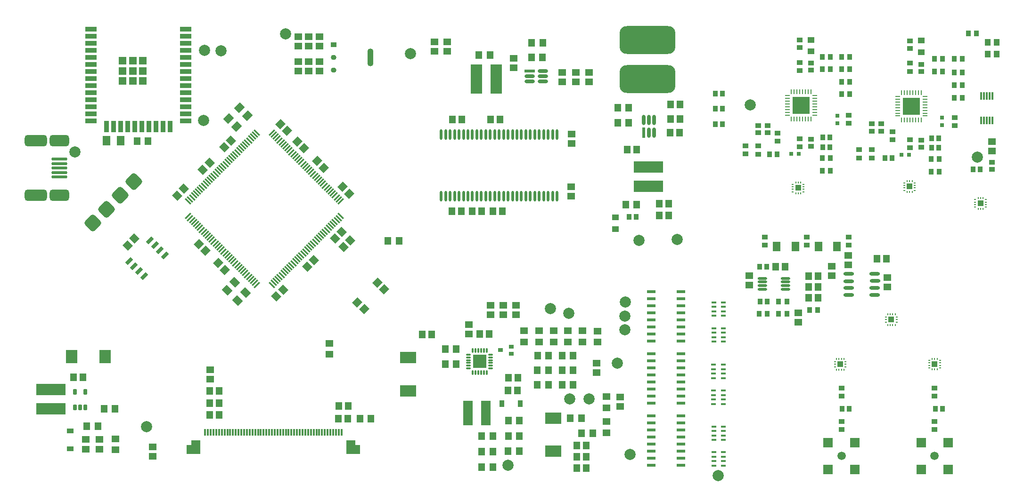
<source format=gtp>
G04*
G04 #@! TF.GenerationSoftware,Altium Limited,Altium Designer,19.1.9 (167)*
G04*
G04 Layer_Color=8421504*
%FSLAX42Y42*%
%MOMM*%
G71*
G01*
G75*
%ADD15R,1.50X0.55*%
%ADD16R,1.00X1.00*%
%ADD17R,0.20X0.40*%
%ADD18R,0.40X0.20*%
%ADD19R,1.00X1.00*%
%ADD20O,1.90X0.60*%
G04:AMPARAMS|DCode=21|XSize=10mm|YSize=5mm|CornerRadius=1.25mm|HoleSize=0mm|Usage=FLASHONLY|Rotation=180.000|XOffset=0mm|YOffset=0mm|HoleType=Round|Shape=RoundedRectangle|*
%AMROUNDEDRECTD21*
21,1,10.00,2.50,0,0,180.0*
21,1,7.50,5.00,0,0,180.0*
1,1,2.50,-3.75,1.25*
1,1,2.50,3.75,1.25*
1,1,2.50,3.75,-1.25*
1,1,2.50,-3.75,-1.25*
%
%ADD21ROUNDEDRECTD21*%
G04:AMPARAMS|DCode=22|XSize=2.5mm|YSize=2.5mm|CornerRadius=0.63mm|HoleSize=0mm|Usage=FLASHONLY|Rotation=135.000|XOffset=0mm|YOffset=0mm|HoleType=Round|Shape=RoundedRectangle|*
%AMROUNDEDRECTD22*
21,1,2.50,1.25,0,0,135.0*
21,1,1.25,2.50,0,0,135.0*
1,1,1.25,0.00,0.88*
1,1,1.25,0.88,0.00*
1,1,1.25,0.00,-0.88*
1,1,1.25,-0.88,0.00*
%
%ADD22ROUNDEDRECTD22*%
%ADD23O,0.45X1.90*%
G04:AMPARAMS|DCode=24|XSize=1.4mm|YSize=1.2mm|CornerRadius=0mm|HoleSize=0mm|Usage=FLASHONLY|Rotation=45.000|XOffset=0mm|YOffset=0mm|HoleType=Round|Shape=Rectangle|*
%AMROTATEDRECTD24*
4,1,4,-0.07,-0.92,-0.92,-0.07,0.07,0.92,0.92,0.07,-0.07,-0.92,0.0*
%
%ADD24ROTATEDRECTD24*%

G04:AMPARAMS|DCode=25|XSize=1.4mm|YSize=1.2mm|CornerRadius=0mm|HoleSize=0mm|Usage=FLASHONLY|Rotation=315.000|XOffset=0mm|YOffset=0mm|HoleType=Round|Shape=Rectangle|*
%AMROTATEDRECTD25*
4,1,4,-0.92,0.07,-0.07,0.92,0.92,-0.07,0.07,-0.92,-0.92,0.07,0.0*
%
%ADD25ROTATEDRECTD25*%

%ADD26R,1.20X1.40*%
%ADD27R,1.40X1.20*%
%ADD28R,2.00X5.30*%
G04:AMPARAMS|DCode=29|XSize=1.85mm|YSize=0.61mm|CornerRadius=0.31mm|HoleSize=0mm|Usage=FLASHONLY|Rotation=0.000|XOffset=0mm|YOffset=0mm|HoleType=Round|Shape=RoundedRectangle|*
%AMROUNDEDRECTD29*
21,1,1.85,0.00,0,0,0.0*
21,1,1.24,0.61,0,0,0.0*
1,1,0.61,0.62,0.00*
1,1,0.61,-0.62,0.00*
1,1,0.61,-0.62,0.00*
1,1,0.61,0.62,0.00*
%
%ADD29ROUNDEDRECTD29*%
%ADD30R,1.85X0.61*%
%ADD31R,0.91X1.22*%
%ADD32R,1.20X1.45*%
%ADD33R,1.75X4.50*%
%ADD34R,3.00X2.00*%
%ADD35O,0.85X0.28*%
%ADD36O,0.28X0.85*%
%ADD37R,2.45X2.45*%
%ADD38C,2.00*%
%ADD39R,5.30X2.00*%
G04:AMPARAMS|DCode=40|XSize=1.85mm|YSize=0.61mm|CornerRadius=0.31mm|HoleSize=0mm|Usage=FLASHONLY|Rotation=90.000|XOffset=0mm|YOffset=0mm|HoleType=Round|Shape=RoundedRectangle|*
%AMROUNDEDRECTD40*
21,1,1.85,0.00,0,0,90.0*
21,1,1.24,0.61,0,0,90.0*
1,1,0.61,0.00,0.62*
1,1,0.61,0.00,-0.62*
1,1,0.61,0.00,-0.62*
1,1,0.61,0.00,0.62*
%
%ADD40ROUNDEDRECTD40*%
%ADD41R,0.61X1.85*%
%ADD42R,1.20X1.10*%
%ADD43R,0.90X1.00*%
%ADD44R,1.22X0.91*%
%ADD45R,1.45X1.20*%
G04:AMPARAMS|DCode=46|XSize=0.6mm|YSize=1mm|CornerRadius=0.05mm|HoleSize=0mm|Usage=FLASHONLY|Rotation=180.000|XOffset=0mm|YOffset=0mm|HoleType=Round|Shape=RoundedRectangle|*
%AMROUNDEDRECTD46*
21,1,0.60,0.90,0,0,180.0*
21,1,0.50,1.00,0,0,180.0*
1,1,0.10,-0.25,0.45*
1,1,0.10,0.25,0.45*
1,1,0.10,0.25,-0.45*
1,1,0.10,-0.25,-0.45*
%
%ADD46ROUNDEDRECTD46*%
%ADD47R,1.99X2.33*%
%ADD48R,0.90X0.70*%
G04:AMPARAMS|DCode=49|XSize=1mm|YSize=3.18mm|CornerRadius=0.44mm|HoleSize=0mm|Usage=FLASHONLY|Rotation=0.000|XOffset=0mm|YOffset=0mm|HoleType=Round|Shape=RoundedRectangle|*
%AMROUNDEDRECTD49*
21,1,1.00,2.31,0,0,0.0*
21,1,0.13,3.18,0,0,0.0*
1,1,0.87,0.07,-1.15*
1,1,0.87,-0.07,-1.15*
1,1,0.87,-0.07,1.15*
1,1,0.87,0.07,1.15*
%
%ADD49ROUNDEDRECTD49*%
G04:AMPARAMS|DCode=50|XSize=1mm|YSize=0.87mm|CornerRadius=0.44mm|HoleSize=0mm|Usage=FLASHONLY|Rotation=0.000|XOffset=0mm|YOffset=0mm|HoleType=Round|Shape=RoundedRectangle|*
%AMROUNDEDRECTD50*
21,1,1.00,0.00,0,0,0.0*
21,1,0.13,0.87,0,0,0.0*
1,1,0.87,0.07,0.00*
1,1,0.87,-0.07,0.00*
1,1,0.87,-0.07,0.00*
1,1,0.87,0.07,0.00*
%
%ADD50ROUNDEDRECTD50*%
%ADD51R,1.00X0.87*%
%ADD52R,0.90X0.45*%
G04:AMPARAMS|DCode=53|XSize=3.5mm|YSize=2.05mm|CornerRadius=0.51mm|HoleSize=0mm|Usage=FLASHONLY|Rotation=180.000|XOffset=0mm|YOffset=0mm|HoleType=Round|Shape=RoundedRectangle|*
%AMROUNDEDRECTD53*
21,1,3.50,1.02,0,0,180.0*
21,1,2.48,2.05,0,0,180.0*
1,1,1.02,-1.24,0.51*
1,1,1.02,1.24,0.51*
1,1,1.02,1.24,-0.51*
1,1,1.02,-1.24,-0.51*
%
%ADD53ROUNDEDRECTD53*%
G04:AMPARAMS|DCode=54|XSize=4mm|YSize=2.05mm|CornerRadius=0.51mm|HoleSize=0mm|Usage=FLASHONLY|Rotation=180.000|XOffset=0mm|YOffset=0mm|HoleType=Round|Shape=RoundedRectangle|*
%AMROUNDEDRECTD54*
21,1,4.00,1.02,0,0,180.0*
21,1,2.98,2.05,0,0,180.0*
1,1,1.02,-1.49,0.51*
1,1,1.02,1.49,0.51*
1,1,1.02,1.49,-0.51*
1,1,1.02,-1.49,-0.51*
%
%ADD54ROUNDEDRECTD54*%
G04:AMPARAMS|DCode=55|XSize=3.5mm|YSize=2.05mm|CornerRadius=0.51mm|HoleSize=0mm|Usage=FLASHONLY|Rotation=180.000|XOffset=0mm|YOffset=0mm|HoleType=Round|Shape=RoundedRectangle|*
%AMROUNDEDRECTD55*
21,1,3.50,1.03,0,0,180.0*
21,1,2.48,2.05,0,0,180.0*
1,1,1.02,-1.24,0.51*
1,1,1.02,1.24,0.51*
1,1,1.02,1.24,-0.51*
1,1,1.02,-1.24,-0.51*
%
%ADD55ROUNDEDRECTD55*%
G04:AMPARAMS|DCode=56|XSize=2.8mm|YSize=0.5mm|CornerRadius=0.13mm|HoleSize=0mm|Usage=FLASHONLY|Rotation=180.000|XOffset=0mm|YOffset=0mm|HoleType=Round|Shape=RoundedRectangle|*
%AMROUNDEDRECTD56*
21,1,2.80,0.25,0,0,180.0*
21,1,2.55,0.50,0,0,180.0*
1,1,0.25,-1.27,0.13*
1,1,0.25,1.27,0.13*
1,1,0.25,1.27,-0.13*
1,1,0.25,-1.27,-0.13*
%
%ADD56ROUNDEDRECTD56*%
G04:AMPARAMS|DCode=57|XSize=1.4mm|YSize=0.6mm|CornerRadius=0mm|HoleSize=0mm|Usage=FLASHONLY|Rotation=45.000|XOffset=0mm|YOffset=0mm|HoleType=Round|Shape=Rectangle|*
%AMROTATEDRECTD57*
4,1,4,-0.28,-0.71,-0.71,-0.28,0.28,0.71,0.71,0.28,-0.28,-0.71,0.0*
%
%ADD57ROTATEDRECTD57*%

%ADD58R,1.33X1.33*%
%ADD59R,0.90X2.00*%
%ADD60R,2.00X0.90*%
G04:AMPARAMS|DCode=61|XSize=0.35mm|YSize=1.35mm|CornerRadius=0mm|HoleSize=0mm|Usage=FLASHONLY|Rotation=135.000|XOffset=0mm|YOffset=0mm|HoleType=Round|Shape=Rectangle|*
%AMROTATEDRECTD61*
4,1,4,0.60,0.35,-0.35,-0.60,-0.60,-0.35,0.35,0.60,0.60,0.35,0.0*
%
%ADD61ROTATEDRECTD61*%

G04:AMPARAMS|DCode=62|XSize=1.35mm|YSize=0.35mm|CornerRadius=0mm|HoleSize=0mm|Usage=FLASHONLY|Rotation=135.000|XOffset=0mm|YOffset=0mm|HoleType=Round|Shape=Rectangle|*
%AMROTATEDRECTD62*
4,1,4,0.60,-0.35,0.35,-0.60,-0.60,0.35,-0.35,0.60,0.60,-0.35,0.0*
%
%ADD62ROTATEDRECTD62*%

%ADD63R,1.40X1.80*%
G04:AMPARAMS|DCode=64|XSize=1.45mm|YSize=1.2mm|CornerRadius=0mm|HoleSize=0mm|Usage=FLASHONLY|Rotation=225.000|XOffset=0mm|YOffset=0mm|HoleType=Round|Shape=Rectangle|*
%AMROTATEDRECTD64*
4,1,4,0.09,0.94,0.94,0.09,-0.09,-0.94,-0.94,-0.09,0.09,0.94,0.0*
%
%ADD64ROTATEDRECTD64*%

G04:AMPARAMS|DCode=65|XSize=1.45mm|YSize=1.2mm|CornerRadius=0mm|HoleSize=0mm|Usage=FLASHONLY|Rotation=315.000|XOffset=0mm|YOffset=0mm|HoleType=Round|Shape=Rectangle|*
%AMROTATEDRECTD65*
4,1,4,-0.94,0.09,-0.09,0.94,0.94,-0.09,0.09,-0.94,-0.94,0.09,0.0*
%
%ADD65ROTATEDRECTD65*%

%ADD66R,0.30X1.20*%
%ADD67R,1.78X1.78*%
%ADD68C,1.52*%
%ADD69R,1.05X0.95*%
%ADD70R,0.65X0.70*%
%ADD71R,3.10X3.10*%
%ADD72O,0.25X0.90*%
%ADD73O,0.90X0.25*%
%ADD74R,1.00X0.90*%
%ADD75R,0.95X1.05*%
%ADD76R,0.70X0.65*%
%ADD77R,1.10X1.30*%
%ADD78R,0.30X1.40*%
%ADD79O,1.70X0.45*%
%ADD80R,1.35X1.80*%
G36*
X9078Y5888D02*
X8838D01*
Y6047D01*
X8918D01*
Y6128D01*
X9078D01*
Y5888D01*
D02*
G37*
G36*
X11868Y6047D02*
X11947D01*
Y5888D01*
X11707D01*
Y6128D01*
X11868D01*
Y6047D01*
D02*
G37*
D15*
X17720Y7917D02*
D03*
Y8044D02*
D03*
Y8171D02*
D03*
Y8298D02*
D03*
Y8425D02*
D03*
Y8552D02*
D03*
Y8679D02*
D03*
Y8806D02*
D03*
X17180Y7917D02*
D03*
Y8044D02*
D03*
Y8171D02*
D03*
Y8298D02*
D03*
Y8425D02*
D03*
Y8552D02*
D03*
Y8679D02*
D03*
Y8806D02*
D03*
X17720Y6800D02*
D03*
Y6927D02*
D03*
Y7054D02*
D03*
Y7181D02*
D03*
Y7308D02*
D03*
Y7435D02*
D03*
Y7562D02*
D03*
Y7689D02*
D03*
X17180Y6800D02*
D03*
Y6927D02*
D03*
Y7054D02*
D03*
Y7181D02*
D03*
Y7308D02*
D03*
Y7435D02*
D03*
Y7562D02*
D03*
Y7689D02*
D03*
X17720Y5681D02*
D03*
Y5808D02*
D03*
Y5935D02*
D03*
Y6062D02*
D03*
Y6188D02*
D03*
Y6315D02*
D03*
Y6443D02*
D03*
Y6569D02*
D03*
X17180Y5681D02*
D03*
Y5808D02*
D03*
Y5935D02*
D03*
Y6062D02*
D03*
Y6188D02*
D03*
Y6315D02*
D03*
Y6443D02*
D03*
Y6569D02*
D03*
D16*
X21825Y10700D02*
D03*
X22275Y7500D02*
D03*
X23100Y10400D02*
D03*
X19825Y10675D02*
D03*
D17*
X21870Y10793D02*
D03*
X21780D02*
D03*
X21825D02*
D03*
X21870Y10600D02*
D03*
X21780D02*
D03*
X21825D02*
D03*
X22230Y7407D02*
D03*
X22320D02*
D03*
X22275D02*
D03*
X22230Y7600D02*
D03*
X22320D02*
D03*
X22275D02*
D03*
X20555Y7595D02*
D03*
X20510D02*
D03*
X20600D02*
D03*
X20645D02*
D03*
Y7403D02*
D03*
X20600D02*
D03*
X20510D02*
D03*
X20555D02*
D03*
X23145Y10493D02*
D03*
X23055D02*
D03*
X23100D02*
D03*
X23145Y10300D02*
D03*
X23055D02*
D03*
X23100D02*
D03*
X21475Y8400D02*
D03*
X21430D02*
D03*
X21520D02*
D03*
X21565D02*
D03*
Y8207D02*
D03*
X21520D02*
D03*
X21430D02*
D03*
X21475D02*
D03*
X19870Y10768D02*
D03*
X19780D02*
D03*
X19825D02*
D03*
X19870Y10575D02*
D03*
X19780D02*
D03*
X19825D02*
D03*
D18*
X21920Y10720D02*
D03*
Y10765D02*
D03*
Y10675D02*
D03*
Y10630D02*
D03*
X21727D02*
D03*
Y10675D02*
D03*
Y10765D02*
D03*
Y10720D02*
D03*
X22180Y7480D02*
D03*
Y7435D02*
D03*
Y7525D02*
D03*
Y7570D02*
D03*
X22373D02*
D03*
Y7525D02*
D03*
Y7435D02*
D03*
Y7480D02*
D03*
X20482Y7545D02*
D03*
Y7455D02*
D03*
Y7500D02*
D03*
X20675Y7545D02*
D03*
Y7455D02*
D03*
Y7500D02*
D03*
X23195Y10420D02*
D03*
Y10465D02*
D03*
Y10375D02*
D03*
Y10330D02*
D03*
X23002D02*
D03*
Y10375D02*
D03*
Y10465D02*
D03*
Y10420D02*
D03*
X21402Y8350D02*
D03*
Y8260D02*
D03*
Y8305D02*
D03*
X21595Y8350D02*
D03*
Y8260D02*
D03*
Y8305D02*
D03*
X19920Y10695D02*
D03*
Y10740D02*
D03*
Y10650D02*
D03*
Y10605D02*
D03*
X19727D02*
D03*
Y10650D02*
D03*
Y10740D02*
D03*
Y10695D02*
D03*
D19*
X20575Y7500D02*
D03*
X21495Y8305D02*
D03*
X8968Y5978D02*
D03*
X11818Y5980D02*
D03*
D20*
X20730Y9125D02*
D03*
Y8995D02*
D03*
X20728Y8871D02*
D03*
X20730Y8745D02*
D03*
X21200Y9125D02*
D03*
X21202Y9000D02*
D03*
X21200Y8875D02*
D03*
Y8745D02*
D03*
D21*
X17118Y13335D02*
D03*
Y12635D02*
D03*
D22*
X7148Y10045D02*
D03*
X7395Y10293D02*
D03*
X7643Y10540D02*
D03*
X7890Y10787D02*
D03*
D23*
X15490Y11635D02*
D03*
X15410D02*
D03*
X15330D02*
D03*
X15250D02*
D03*
X15170D02*
D03*
X15090D02*
D03*
X15010Y11635D02*
D03*
X14930D02*
D03*
X14850Y11635D02*
D03*
X14770D02*
D03*
X14690D02*
D03*
X14610D02*
D03*
X14530Y11635D02*
D03*
X14450D02*
D03*
X14370Y11635D02*
D03*
X14290D02*
D03*
X14210D02*
D03*
X14130D02*
D03*
X14050D02*
D03*
X13970Y11635D02*
D03*
X13890Y11635D02*
D03*
X13810D02*
D03*
X13730D02*
D03*
X13650D02*
D03*
X13570D02*
D03*
X13490D02*
D03*
X13410D02*
D03*
X15490Y10525D02*
D03*
X15410D02*
D03*
X15330D02*
D03*
X15250D02*
D03*
X15170Y10525D02*
D03*
X15090Y10525D02*
D03*
X15010D02*
D03*
X14930D02*
D03*
X14850D02*
D03*
X14770Y10525D02*
D03*
X14690D02*
D03*
X14610D02*
D03*
X14530Y10525D02*
D03*
X14450D02*
D03*
X14370D02*
D03*
X14290Y10525D02*
D03*
X14210D02*
D03*
X14130Y10525D02*
D03*
X14050D02*
D03*
X13970D02*
D03*
X13890D02*
D03*
X13810D02*
D03*
X13730D02*
D03*
X13650D02*
D03*
X13570D02*
D03*
X13490D02*
D03*
X13410D02*
D03*
D24*
X9178Y9545D02*
D03*
X9057Y9665D02*
D03*
X9520Y9200D02*
D03*
X9400Y9320D02*
D03*
X12023Y8492D02*
D03*
X11902Y8613D02*
D03*
X12382Y8847D02*
D03*
X12262Y8968D02*
D03*
X10517Y11825D02*
D03*
X10638Y11705D02*
D03*
X11635Y10693D02*
D03*
X11755Y10572D02*
D03*
X11177Y11158D02*
D03*
X11298Y11037D02*
D03*
X10825Y11508D02*
D03*
X10945Y11387D02*
D03*
D25*
X10447Y8725D02*
D03*
X10568Y8845D02*
D03*
X11773Y9730D02*
D03*
X11652Y9610D02*
D03*
X11502Y9760D02*
D03*
X11623Y9880D02*
D03*
X11125Y9378D02*
D03*
X11005Y9257D02*
D03*
X9510Y11403D02*
D03*
X9630Y11523D02*
D03*
X9127Y11002D02*
D03*
X9248Y11123D02*
D03*
X8667Y10537D02*
D03*
X8788Y10658D02*
D03*
X7895Y9760D02*
D03*
X7775Y9640D02*
D03*
D26*
X13782Y11910D02*
D03*
X13612D02*
D03*
X14293Y11905D02*
D03*
X14462D02*
D03*
X13600Y10257D02*
D03*
X13770D02*
D03*
X13965D02*
D03*
X14135D02*
D03*
X14505D02*
D03*
X14335D02*
D03*
X14612Y7030D02*
D03*
X14782D02*
D03*
X14275Y8043D02*
D03*
X14105D02*
D03*
X16925Y11362D02*
D03*
X16755D02*
D03*
X17325Y10390D02*
D03*
X17495D02*
D03*
X17325Y10180D02*
D03*
X17495D02*
D03*
X14788Y7257D02*
D03*
X14618D02*
D03*
X17523Y11668D02*
D03*
X17693D02*
D03*
X17527Y11918D02*
D03*
X17698D02*
D03*
X17527Y12178D02*
D03*
X17698D02*
D03*
X13065Y8040D02*
D03*
X13235D02*
D03*
X6803Y7268D02*
D03*
X6972D02*
D03*
X16012Y5838D02*
D03*
X15843D02*
D03*
X16015Y6041D02*
D03*
X15845D02*
D03*
X16012Y5635D02*
D03*
X15843D02*
D03*
X9418Y6585D02*
D03*
X9247D02*
D03*
X9420Y6803D02*
D03*
X9250D02*
D03*
X9420Y7018D02*
D03*
X9250D02*
D03*
X11732Y6520D02*
D03*
X11562D02*
D03*
X11738Y6753D02*
D03*
X11568D02*
D03*
X20012Y9088D02*
D03*
X20182D02*
D03*
X21410Y9400D02*
D03*
X21240D02*
D03*
X20010Y8693D02*
D03*
X20180D02*
D03*
X20010Y8893D02*
D03*
X20180D02*
D03*
X19420Y9260D02*
D03*
X19590D02*
D03*
D27*
X15750Y11473D02*
D03*
Y11643D02*
D03*
X15743Y10522D02*
D03*
Y10693D02*
D03*
X14707Y12840D02*
D03*
Y13010D02*
D03*
X13290Y13130D02*
D03*
Y13300D02*
D03*
X13520Y13130D02*
D03*
Y13300D02*
D03*
X15582Y12582D02*
D03*
Y12753D02*
D03*
X15830Y12582D02*
D03*
Y12753D02*
D03*
X16065Y12580D02*
D03*
Y12750D02*
D03*
X13907Y8045D02*
D03*
Y8215D02*
D03*
X16627Y6738D02*
D03*
Y6907D02*
D03*
X7270Y5975D02*
D03*
Y6145D02*
D03*
X7020Y5975D02*
D03*
Y6145D02*
D03*
X16205Y7518D02*
D03*
Y7347D02*
D03*
X11225Y13395D02*
D03*
Y13225D02*
D03*
X11032Y13395D02*
D03*
Y13225D02*
D03*
X10840Y13395D02*
D03*
Y13225D02*
D03*
X11225Y12775D02*
D03*
Y12945D02*
D03*
X10838Y12775D02*
D03*
Y12945D02*
D03*
X11032Y12775D02*
D03*
Y12945D02*
D03*
X14750Y8390D02*
D03*
Y8560D02*
D03*
X14300Y8390D02*
D03*
Y8560D02*
D03*
X14525Y8390D02*
D03*
Y8560D02*
D03*
X9260Y7403D02*
D03*
Y7232D02*
D03*
X8225Y5845D02*
D03*
Y6015D02*
D03*
X19823Y8430D02*
D03*
Y8260D02*
D03*
X20430Y9268D02*
D03*
Y9097D02*
D03*
X23305Y11507D02*
D03*
Y11338D02*
D03*
X21425Y9060D02*
D03*
Y8890D02*
D03*
X20725Y9462D02*
D03*
Y9293D02*
D03*
X18945Y8922D02*
D03*
Y9093D02*
D03*
D28*
X14395Y12635D02*
D03*
X14045D02*
D03*
D29*
X15233Y12778D02*
D03*
Y12682D02*
D03*
Y12588D02*
D03*
X15002D02*
D03*
Y12682D02*
D03*
D30*
Y12778D02*
D03*
D31*
X14501Y6793D02*
D03*
X14829D02*
D03*
D32*
X14085Y13065D02*
D03*
X14285D02*
D03*
X15230Y13025D02*
D03*
X15030D02*
D03*
X15232Y13290D02*
D03*
X15032D02*
D03*
X14812Y5933D02*
D03*
X14612D02*
D03*
X14615Y6212D02*
D03*
X14815D02*
D03*
Y6490D02*
D03*
X14615D02*
D03*
X13480Y7505D02*
D03*
X13680D02*
D03*
X14335Y5647D02*
D03*
X14135D02*
D03*
Y5928D02*
D03*
X14335D02*
D03*
X14338Y6212D02*
D03*
X14138D02*
D03*
X16925Y10370D02*
D03*
X16725D02*
D03*
X16780Y11850D02*
D03*
X16580D02*
D03*
X16780Y12120D02*
D03*
X16580D02*
D03*
X13480Y7778D02*
D03*
X13680D02*
D03*
X15930Y6528D02*
D03*
X15730D02*
D03*
X16130Y6260D02*
D03*
X15930D02*
D03*
X7550Y6700D02*
D03*
X7350D02*
D03*
X7240Y6390D02*
D03*
X7040D02*
D03*
X15138Y7128D02*
D03*
X15338D02*
D03*
Y7393D02*
D03*
X15138D02*
D03*
X15140Y7660D02*
D03*
X15340D02*
D03*
X15580Y7660D02*
D03*
X15780D02*
D03*
X15782Y7390D02*
D03*
X15582D02*
D03*
X15580Y7128D02*
D03*
X15780D02*
D03*
X7943Y11518D02*
D03*
X8143D02*
D03*
X12650Y9722D02*
D03*
X12450D02*
D03*
X12147Y6522D02*
D03*
X11947D02*
D03*
D33*
X13888Y6625D02*
D03*
X14212D02*
D03*
D34*
X15423Y6532D02*
D03*
Y5933D02*
D03*
X12818Y7025D02*
D03*
Y7625D02*
D03*
D35*
X13902Y7675D02*
D03*
Y7625D02*
D03*
Y7575D02*
D03*
Y7525D02*
D03*
Y7475D02*
D03*
Y7425D02*
D03*
X14298D02*
D03*
Y7475D02*
D03*
Y7525D02*
D03*
Y7575D02*
D03*
Y7625D02*
D03*
Y7675D02*
D03*
D36*
X13975Y7353D02*
D03*
X14025D02*
D03*
X14075D02*
D03*
X14125D02*
D03*
X14175D02*
D03*
X14225D02*
D03*
Y7747D02*
D03*
X14175D02*
D03*
X14125D02*
D03*
X14075D02*
D03*
X14025D02*
D03*
X13975D02*
D03*
D37*
X14100Y7550D02*
D03*
D38*
X14610Y5680D02*
D03*
X12860Y13090D02*
D03*
X16962Y9732D02*
D03*
X15702Y8415D02*
D03*
X10615Y13450D02*
D03*
X15718Y6875D02*
D03*
X15375Y8500D02*
D03*
X16570Y7520D02*
D03*
X16065Y6875D02*
D03*
X8112Y6380D02*
D03*
X16800Y5875D02*
D03*
X17650Y9745D02*
D03*
X6830Y11320D02*
D03*
X16710Y8369D02*
D03*
X16715Y8622D02*
D03*
X16710Y8119D02*
D03*
X18382Y5495D02*
D03*
X9140Y11890D02*
D03*
X9455Y13138D02*
D03*
X9155Y13148D02*
D03*
X18962Y12170D02*
D03*
X23045Y11232D02*
D03*
D39*
X17130Y11055D02*
D03*
Y10705D02*
D03*
X6400Y7045D02*
D03*
Y6695D02*
D03*
D40*
X17045Y11895D02*
D03*
X17140D02*
D03*
X17235D02*
D03*
Y11665D02*
D03*
X17140D02*
D03*
D41*
X17045D02*
D03*
D42*
X16540Y10145D02*
D03*
Y9935D02*
D03*
X22032Y13115D02*
D03*
Y13325D02*
D03*
X20052Y13130D02*
D03*
Y13340D02*
D03*
D43*
X16915Y10150D02*
D03*
X16785D02*
D03*
X22415Y6700D02*
D03*
X22285D02*
D03*
X18335Y12375D02*
D03*
X18465D02*
D03*
X22217Y11570D02*
D03*
X22347D02*
D03*
X18335Y11825D02*
D03*
X18465D02*
D03*
X18335Y12100D02*
D03*
X18465D02*
D03*
X22347Y11395D02*
D03*
X22217D02*
D03*
X20740Y6700D02*
D03*
X20610D02*
D03*
X21510Y11213D02*
D03*
X21380D02*
D03*
X22965Y11007D02*
D03*
X23095D02*
D03*
X20262Y11585D02*
D03*
X20392D02*
D03*
X20392Y11410D02*
D03*
X20262D02*
D03*
X19260Y9257D02*
D03*
X19130D02*
D03*
X19270Y8632D02*
D03*
X19140D02*
D03*
X19442Y11283D02*
D03*
X19312D02*
D03*
D44*
X6740Y6304D02*
D03*
Y5976D02*
D03*
D45*
X16375Y6267D02*
D03*
Y6468D02*
D03*
X7560Y5960D02*
D03*
Y6160D02*
D03*
X16375Y6718D02*
D03*
Y6918D02*
D03*
X15427Y7903D02*
D03*
Y8103D02*
D03*
X15168D02*
D03*
Y7903D02*
D03*
X14898Y7905D02*
D03*
Y8105D02*
D03*
X16215Y8100D02*
D03*
Y7900D02*
D03*
X15950Y7903D02*
D03*
Y8103D02*
D03*
X15688D02*
D03*
Y7903D02*
D03*
X11400Y7678D02*
D03*
Y7878D02*
D03*
D46*
X6825Y7003D02*
D03*
X7015D02*
D03*
Y6728D02*
D03*
X6920D02*
D03*
X6825D02*
D03*
D47*
X6769Y7638D02*
D03*
X7371D02*
D03*
D48*
X14665Y7690D02*
D03*
Y7820D02*
D03*
X14475Y7755D02*
D03*
D49*
X12134Y13025D02*
D03*
D50*
X11475Y12796D02*
D03*
Y13025D02*
D03*
D51*
Y13254D02*
D03*
D52*
X18477Y8147D02*
D03*
Y8067D02*
D03*
Y7987D02*
D03*
Y7907D02*
D03*
X18307D02*
D03*
Y7987D02*
D03*
Y8067D02*
D03*
Y8147D02*
D03*
X18482Y8614D02*
D03*
Y8535D02*
D03*
Y8454D02*
D03*
Y8375D02*
D03*
X18312D02*
D03*
Y8454D02*
D03*
Y8535D02*
D03*
Y8614D02*
D03*
X18475Y7027D02*
D03*
Y6947D02*
D03*
Y6867D02*
D03*
Y6787D02*
D03*
X18305D02*
D03*
Y6867D02*
D03*
Y6947D02*
D03*
Y7027D02*
D03*
X18475Y7492D02*
D03*
Y7412D02*
D03*
Y7332D02*
D03*
Y7252D02*
D03*
X18305D02*
D03*
Y7332D02*
D03*
Y7412D02*
D03*
Y7492D02*
D03*
X18480Y5917D02*
D03*
Y5837D02*
D03*
Y5757D02*
D03*
Y5677D02*
D03*
X18310D02*
D03*
Y5757D02*
D03*
Y5837D02*
D03*
Y5917D02*
D03*
X18482Y6377D02*
D03*
Y6297D02*
D03*
Y6217D02*
D03*
Y6137D02*
D03*
X18312D02*
D03*
Y6217D02*
D03*
Y6297D02*
D03*
Y6377D02*
D03*
D53*
X6553Y11525D02*
D03*
D54*
X6127D02*
D03*
Y10540D02*
D03*
D55*
X6553D02*
D03*
D56*
X6550Y11112D02*
D03*
Y11193D02*
D03*
Y10953D02*
D03*
Y10873D02*
D03*
Y11032D02*
D03*
D57*
X8175Y9732D02*
D03*
X8265Y9642D02*
D03*
X8355Y9552D02*
D03*
X8445Y9463D02*
D03*
X8070Y9088D02*
D03*
X7980Y9178D02*
D03*
X7890Y9268D02*
D03*
X7800Y9357D02*
D03*
D58*
X8050Y12597D02*
D03*
X7867D02*
D03*
X7683D02*
D03*
X8050Y12781D02*
D03*
X7867D02*
D03*
X7683D02*
D03*
X8050Y12965D02*
D03*
X7867D02*
D03*
X7683D02*
D03*
D59*
X8538Y11780D02*
D03*
X8411D02*
D03*
X8284D02*
D03*
X8157D02*
D03*
X8030D02*
D03*
X7903D02*
D03*
X7776D02*
D03*
X7649D02*
D03*
X7522D02*
D03*
X7395D02*
D03*
D60*
X8817Y13531D02*
D03*
Y13404D02*
D03*
Y13277D02*
D03*
Y13150D02*
D03*
Y13023D02*
D03*
Y12896D02*
D03*
Y12769D02*
D03*
Y12642D02*
D03*
Y12515D02*
D03*
Y12388D02*
D03*
Y12261D02*
D03*
Y12134D02*
D03*
Y12007D02*
D03*
Y11880D02*
D03*
X7117D02*
D03*
Y12007D02*
D03*
Y12134D02*
D03*
Y12261D02*
D03*
Y12388D02*
D03*
Y12515D02*
D03*
Y12642D02*
D03*
Y12769D02*
D03*
Y12896D02*
D03*
Y13023D02*
D03*
Y13150D02*
D03*
Y13277D02*
D03*
Y13404D02*
D03*
Y13531D02*
D03*
D61*
X10100Y8930D02*
D03*
X10065Y8965D02*
D03*
X10029Y9001D02*
D03*
X9994Y9036D02*
D03*
X9958Y9071D02*
D03*
X9923Y9107D02*
D03*
X9888Y9142D02*
D03*
X9852Y9177D02*
D03*
X9817Y9213D02*
D03*
X9782Y9248D02*
D03*
X9746Y9284D02*
D03*
X9711Y9319D02*
D03*
X9676Y9354D02*
D03*
X9640Y9390D02*
D03*
X9605Y9425D02*
D03*
X9570Y9460D02*
D03*
X9534Y9496D02*
D03*
X9499Y9531D02*
D03*
X9464Y9566D02*
D03*
X9428Y9602D02*
D03*
X9393Y9637D02*
D03*
X9357Y9672D02*
D03*
X9322Y9708D02*
D03*
X9287Y9743D02*
D03*
X9251Y9779D02*
D03*
X9216Y9814D02*
D03*
X9181Y9849D02*
D03*
X9145Y9885D02*
D03*
X9110Y9920D02*
D03*
X9075Y9955D02*
D03*
X9039Y9991D02*
D03*
X9004Y10026D02*
D03*
X8969Y10061D02*
D03*
X8933Y10097D02*
D03*
X8898Y10132D02*
D03*
X8862Y10167D02*
D03*
X10365Y11670D02*
D03*
X10400Y11635D02*
D03*
X10436Y11599D02*
D03*
X10471Y11564D02*
D03*
X10507Y11529D02*
D03*
X10542Y11493D02*
D03*
X10577Y11458D02*
D03*
X10613Y11423D02*
D03*
X10648Y11387D02*
D03*
X10683Y11352D02*
D03*
X10719Y11316D02*
D03*
X10754Y11281D02*
D03*
X10789Y11246D02*
D03*
X10825Y11210D02*
D03*
X10860Y11175D02*
D03*
X10895Y11140D02*
D03*
X10931Y11104D02*
D03*
X10966Y11069D02*
D03*
X11001Y11034D02*
D03*
X11037Y10998D02*
D03*
X11072Y10963D02*
D03*
X11108Y10928D02*
D03*
X11143Y10892D02*
D03*
X11178Y10857D02*
D03*
X11214Y10821D02*
D03*
X11249Y10786D02*
D03*
X11284Y10751D02*
D03*
X11320Y10715D02*
D03*
X11355Y10680D02*
D03*
X11390Y10645D02*
D03*
X11426Y10609D02*
D03*
X11461Y10574D02*
D03*
X11496Y10539D02*
D03*
X11532Y10503D02*
D03*
X11567Y10468D02*
D03*
X11603Y10433D02*
D03*
D62*
X8862D02*
D03*
X8898Y10468D02*
D03*
X8933Y10503D02*
D03*
X8969Y10539D02*
D03*
X9004Y10574D02*
D03*
X9039Y10609D02*
D03*
X9075Y10645D02*
D03*
X9110Y10680D02*
D03*
X9145Y10715D02*
D03*
X9181Y10751D02*
D03*
X9216Y10786D02*
D03*
X9251Y10821D02*
D03*
X9287Y10857D02*
D03*
X9322Y10892D02*
D03*
X9357Y10928D02*
D03*
X9393Y10963D02*
D03*
X9428Y10998D02*
D03*
X9464Y11034D02*
D03*
X9499Y11069D02*
D03*
X9534Y11104D02*
D03*
X9570Y11140D02*
D03*
X9605Y11175D02*
D03*
X9640Y11210D02*
D03*
X9676Y11246D02*
D03*
X9711Y11281D02*
D03*
X9746Y11316D02*
D03*
X9782Y11352D02*
D03*
X9817Y11387D02*
D03*
X9852Y11423D02*
D03*
X9888Y11458D02*
D03*
X9923Y11493D02*
D03*
X9958Y11529D02*
D03*
X9994Y11564D02*
D03*
X10029Y11599D02*
D03*
X10065Y11635D02*
D03*
X10100Y11670D02*
D03*
X11603Y10167D02*
D03*
X11567Y10132D02*
D03*
X11532Y10097D02*
D03*
X11496Y10061D02*
D03*
X11461Y10026D02*
D03*
X11426Y9991D02*
D03*
X11390Y9955D02*
D03*
X11355Y9920D02*
D03*
X11320Y9885D02*
D03*
X11284Y9849D02*
D03*
X11249Y9814D02*
D03*
X11214Y9779D02*
D03*
X11178Y9743D02*
D03*
X11143Y9708D02*
D03*
X11108Y9672D02*
D03*
X11072Y9637D02*
D03*
X11037Y9602D02*
D03*
X11001Y9566D02*
D03*
X10966Y9531D02*
D03*
X10931Y9496D02*
D03*
X10895Y9460D02*
D03*
X10860Y9425D02*
D03*
X10825Y9390D02*
D03*
X10789Y9354D02*
D03*
X10754Y9319D02*
D03*
X10719Y9284D02*
D03*
X10683Y9248D02*
D03*
X10648Y9213D02*
D03*
X10613Y9177D02*
D03*
X10577Y9142D02*
D03*
X10542Y9107D02*
D03*
X10507Y9071D02*
D03*
X10471Y9036D02*
D03*
X10436Y9001D02*
D03*
X10400Y8965D02*
D03*
X10365Y8930D02*
D03*
D63*
X7653Y11525D02*
D03*
X7393D02*
D03*
D64*
X9589Y11923D02*
D03*
X9731Y11782D02*
D03*
X9787Y12118D02*
D03*
X9928Y11977D02*
D03*
D65*
X9749Y8649D02*
D03*
X9891Y8791D02*
D03*
X9562Y8834D02*
D03*
X9703Y8976D02*
D03*
D66*
X11468Y6278D02*
D03*
X11518D02*
D03*
X11618D02*
D03*
X11568D02*
D03*
X10918D02*
D03*
X10868D02*
D03*
X10718D02*
D03*
X10668D02*
D03*
X9168D02*
D03*
X9218D02*
D03*
X9268D02*
D03*
X9318D02*
D03*
X9368D02*
D03*
X9418D02*
D03*
X9468D02*
D03*
X9518D02*
D03*
X9568D02*
D03*
X9618D02*
D03*
X9668D02*
D03*
X9718D02*
D03*
X9768D02*
D03*
X9818D02*
D03*
X9868D02*
D03*
X9918D02*
D03*
X9968D02*
D03*
X10018D02*
D03*
X10068D02*
D03*
X10118D02*
D03*
X10168D02*
D03*
X10218D02*
D03*
X10268D02*
D03*
X10318D02*
D03*
X10368D02*
D03*
X10418D02*
D03*
X10468D02*
D03*
X10518D02*
D03*
X10568D02*
D03*
X10618D02*
D03*
X10768D02*
D03*
X10818D02*
D03*
X10968D02*
D03*
X11018D02*
D03*
X11118D02*
D03*
X11068D02*
D03*
X11368D02*
D03*
X11418D02*
D03*
X11318D02*
D03*
X11268D02*
D03*
X11168D02*
D03*
X11218D02*
D03*
D67*
X22516Y5609D02*
D03*
X22034D02*
D03*
X22516Y6091D02*
D03*
X22034D02*
D03*
X20841Y5609D02*
D03*
X20359D02*
D03*
X20841Y6091D02*
D03*
X20359D02*
D03*
D68*
X22275Y5850D02*
D03*
X20600D02*
D03*
D69*
X22275Y7072D02*
D03*
Y6928D02*
D03*
Y6472D02*
D03*
Y6328D02*
D03*
X21832Y11543D02*
D03*
Y11398D02*
D03*
X21832Y12918D02*
D03*
Y12773D02*
D03*
X20600Y7072D02*
D03*
Y6928D02*
D03*
Y6472D02*
D03*
Y6328D02*
D03*
X21520Y11688D02*
D03*
Y11543D02*
D03*
X20920Y11360D02*
D03*
Y11215D02*
D03*
X21145Y11360D02*
D03*
Y11215D02*
D03*
X22632Y11943D02*
D03*
Y11798D02*
D03*
X19852Y11558D02*
D03*
Y11413D02*
D03*
Y12933D02*
D03*
Y12788D02*
D03*
X20727Y9793D02*
D03*
Y9647D02*
D03*
X19452Y11658D02*
D03*
Y11513D02*
D03*
X19227Y9793D02*
D03*
Y9647D02*
D03*
X19977Y9793D02*
D03*
Y9647D02*
D03*
X18877Y11430D02*
D03*
Y11285D02*
D03*
X19102Y11428D02*
D03*
Y11283D02*
D03*
X20727Y11983D02*
D03*
Y11838D02*
D03*
D70*
X21812Y11270D02*
D03*
X21677D02*
D03*
X19698Y11288D02*
D03*
X19832D02*
D03*
D71*
X21857Y12145D02*
D03*
X19877Y12160D02*
D03*
D72*
X21682Y12390D02*
D03*
X21732D02*
D03*
X21782D02*
D03*
X21832D02*
D03*
X21882D02*
D03*
X21932D02*
D03*
X21982D02*
D03*
X22032D02*
D03*
Y11900D02*
D03*
X21982D02*
D03*
X21932D02*
D03*
X21882D02*
D03*
X21832D02*
D03*
X21782D02*
D03*
X21732D02*
D03*
X21682D02*
D03*
X19702Y12405D02*
D03*
X19752D02*
D03*
X19802D02*
D03*
X19852D02*
D03*
X19902D02*
D03*
X19952D02*
D03*
X20002D02*
D03*
X20052D02*
D03*
Y11915D02*
D03*
X20002D02*
D03*
X19952D02*
D03*
X19902D02*
D03*
X19852D02*
D03*
X19802D02*
D03*
X19752D02*
D03*
X19702D02*
D03*
D73*
X22102Y12320D02*
D03*
Y12270D02*
D03*
Y12220D02*
D03*
Y12170D02*
D03*
Y12120D02*
D03*
Y12070D02*
D03*
Y12020D02*
D03*
Y11970D02*
D03*
X21612D02*
D03*
Y12020D02*
D03*
Y12070D02*
D03*
Y12120D02*
D03*
Y12170D02*
D03*
Y12220D02*
D03*
Y12270D02*
D03*
Y12320D02*
D03*
X20122Y12335D02*
D03*
Y12285D02*
D03*
Y12235D02*
D03*
Y12185D02*
D03*
Y12135D02*
D03*
Y12085D02*
D03*
Y12035D02*
D03*
Y11985D02*
D03*
X19632D02*
D03*
Y12035D02*
D03*
Y12085D02*
D03*
Y12135D02*
D03*
Y12185D02*
D03*
Y12235D02*
D03*
Y12285D02*
D03*
Y12335D02*
D03*
D74*
X22032Y11535D02*
D03*
Y11405D02*
D03*
X21835Y13188D02*
D03*
Y13318D02*
D03*
X22032Y12770D02*
D03*
Y12900D02*
D03*
X21315Y11698D02*
D03*
Y11828D02*
D03*
X21145Y11828D02*
D03*
Y11698D02*
D03*
X23305Y11007D02*
D03*
Y11138D02*
D03*
X20052Y11550D02*
D03*
Y11420D02*
D03*
X19852Y13205D02*
D03*
Y13335D02*
D03*
X20052Y12795D02*
D03*
Y12925D02*
D03*
X19277Y11668D02*
D03*
Y11798D02*
D03*
X19102Y11798D02*
D03*
Y11668D02*
D03*
D75*
X22770Y12520D02*
D03*
X22625D02*
D03*
X22355Y10970D02*
D03*
X22210D02*
D03*
X22355Y11195D02*
D03*
X22210D02*
D03*
X22770Y12295D02*
D03*
X22625D02*
D03*
X22415Y12770D02*
D03*
X22270D02*
D03*
X22417Y12995D02*
D03*
X22272D02*
D03*
X22772Y12998D02*
D03*
X22627D02*
D03*
X22772Y12755D02*
D03*
X22627D02*
D03*
X23025Y13455D02*
D03*
X22880D02*
D03*
X20170Y8480D02*
D03*
X20025D02*
D03*
X20747Y12360D02*
D03*
X20602D02*
D03*
X20400Y11210D02*
D03*
X20255D02*
D03*
X20400Y10985D02*
D03*
X20255D02*
D03*
X20750Y12585D02*
D03*
X20605D02*
D03*
X20400Y12810D02*
D03*
X20255D02*
D03*
X20400Y13035D02*
D03*
X20255D02*
D03*
X20750Y12810D02*
D03*
X20605D02*
D03*
X20750Y13035D02*
D03*
X20605D02*
D03*
X19268Y8407D02*
D03*
X19123D02*
D03*
X19473D02*
D03*
X19618D02*
D03*
X19473Y8632D02*
D03*
X19618D02*
D03*
D76*
X22407Y11803D02*
D03*
Y11938D02*
D03*
X20527Y11835D02*
D03*
Y11970D02*
D03*
D77*
X23225Y13085D02*
D03*
Y13295D02*
D03*
X23390D02*
D03*
Y13085D02*
D03*
D78*
X23310Y11890D02*
D03*
X23260D02*
D03*
X23210D02*
D03*
X23160D02*
D03*
X23110D02*
D03*
Y12330D02*
D03*
X23160D02*
D03*
X23210D02*
D03*
X23260D02*
D03*
X23310D02*
D03*
D79*
X19600Y8853D02*
D03*
Y8918D02*
D03*
Y8982D02*
D03*
Y9047D02*
D03*
X19180Y8853D02*
D03*
Y8918D02*
D03*
Y8982D02*
D03*
Y9047D02*
D03*
D80*
X19435Y9620D02*
D03*
X19770D02*
D03*
X20185D02*
D03*
X20520D02*
D03*
M02*

</source>
